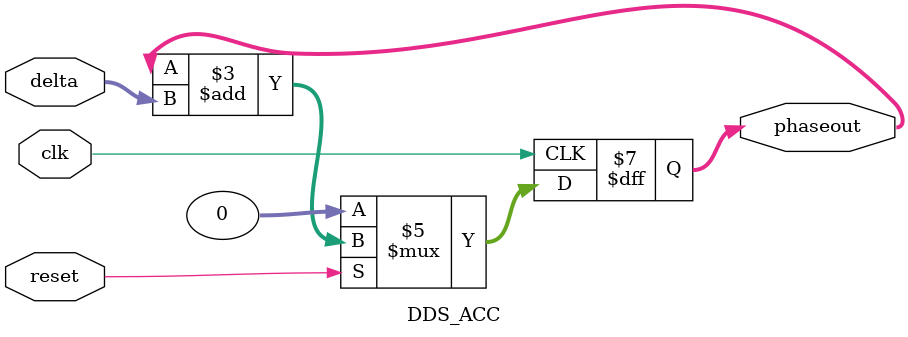
<source format=v>

module DDS_ACC(clk,reset,delta,phaseout);
	
	input [31:0] delta;
	input clk,reset;
	output[31:0] phaseout;	
		
	reg [31:0] phaseout;	
		
//-----------------ACC-------------------------//	
	
always @(posedge clk)
	begin
	   if (!reset)
		   phaseout<=0;
		else
		   phaseout=phaseout+delta;
	end

endmodule

</source>
